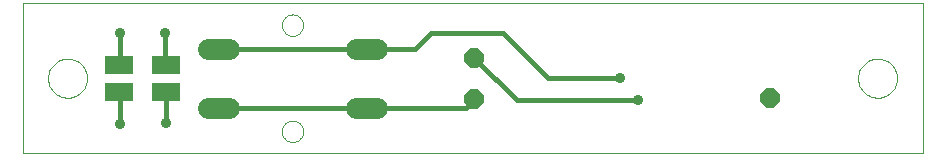
<source format=gtl>
G75*
G70*
%OFA0B0*%
%FSLAX24Y24*%
%IPPOS*%
%LPD*%
%AMOC8*
5,1,8,0,0,1.08239X$1,22.5*
%
%ADD10C,0.0000*%
%ADD11OC8,0.0650*%
%ADD12C,0.0705*%
%ADD13R,0.0945X0.0630*%
%ADD14C,0.0357*%
%ADD15C,0.0160*%
%ADD16C,0.0359*%
D10*
X000101Y000181D02*
X000101Y005177D01*
X030121Y005177D01*
X030121Y000181D01*
X000101Y000181D01*
X008746Y000911D02*
X008748Y000948D01*
X008754Y000985D01*
X008763Y001021D01*
X008777Y001055D01*
X008794Y001088D01*
X008814Y001120D01*
X008837Y001149D01*
X008863Y001175D01*
X008892Y001198D01*
X008923Y001218D01*
X008957Y001235D01*
X008991Y001249D01*
X009027Y001258D01*
X009064Y001264D01*
X009101Y001266D01*
X009138Y001264D01*
X009175Y001258D01*
X009211Y001249D01*
X009245Y001235D01*
X009278Y001218D01*
X009310Y001198D01*
X009339Y001175D01*
X009365Y001149D01*
X009388Y001120D01*
X009408Y001089D01*
X009425Y001055D01*
X009439Y001021D01*
X009448Y000985D01*
X009454Y000948D01*
X009456Y000911D01*
X009454Y000874D01*
X009448Y000837D01*
X009439Y000801D01*
X009425Y000767D01*
X009408Y000734D01*
X009388Y000702D01*
X009365Y000673D01*
X009339Y000647D01*
X009310Y000624D01*
X009279Y000604D01*
X009245Y000587D01*
X009211Y000573D01*
X009175Y000564D01*
X009138Y000558D01*
X009101Y000556D01*
X009064Y000558D01*
X009027Y000564D01*
X008991Y000573D01*
X008957Y000587D01*
X008924Y000604D01*
X008892Y000624D01*
X008863Y000647D01*
X008837Y000673D01*
X008814Y000702D01*
X008794Y000733D01*
X008777Y000767D01*
X008763Y000801D01*
X008754Y000837D01*
X008748Y000874D01*
X008746Y000911D01*
X000951Y002681D02*
X000953Y002731D01*
X000959Y002781D01*
X000969Y002831D01*
X000982Y002879D01*
X000999Y002927D01*
X001020Y002973D01*
X001044Y003017D01*
X001072Y003059D01*
X001103Y003099D01*
X001137Y003136D01*
X001174Y003171D01*
X001213Y003202D01*
X001254Y003231D01*
X001298Y003256D01*
X001344Y003278D01*
X001391Y003296D01*
X001439Y003310D01*
X001488Y003321D01*
X001538Y003328D01*
X001588Y003331D01*
X001639Y003330D01*
X001689Y003325D01*
X001739Y003316D01*
X001787Y003304D01*
X001835Y003287D01*
X001881Y003267D01*
X001926Y003244D01*
X001969Y003217D01*
X002009Y003187D01*
X002047Y003154D01*
X002082Y003118D01*
X002115Y003079D01*
X002144Y003038D01*
X002170Y002995D01*
X002193Y002950D01*
X002212Y002903D01*
X002227Y002855D01*
X002239Y002806D01*
X002247Y002756D01*
X002251Y002706D01*
X002251Y002656D01*
X002247Y002606D01*
X002239Y002556D01*
X002227Y002507D01*
X002212Y002459D01*
X002193Y002412D01*
X002170Y002367D01*
X002144Y002324D01*
X002115Y002283D01*
X002082Y002244D01*
X002047Y002208D01*
X002009Y002175D01*
X001969Y002145D01*
X001926Y002118D01*
X001881Y002095D01*
X001835Y002075D01*
X001787Y002058D01*
X001739Y002046D01*
X001689Y002037D01*
X001639Y002032D01*
X001588Y002031D01*
X001538Y002034D01*
X001488Y002041D01*
X001439Y002052D01*
X001391Y002066D01*
X001344Y002084D01*
X001298Y002106D01*
X001254Y002131D01*
X001213Y002160D01*
X001174Y002191D01*
X001137Y002226D01*
X001103Y002263D01*
X001072Y002303D01*
X001044Y002345D01*
X001020Y002389D01*
X000999Y002435D01*
X000982Y002483D01*
X000969Y002531D01*
X000959Y002581D01*
X000953Y002631D01*
X000951Y002681D01*
X008746Y004451D02*
X008748Y004488D01*
X008754Y004525D01*
X008763Y004561D01*
X008777Y004595D01*
X008794Y004628D01*
X008814Y004660D01*
X008837Y004689D01*
X008863Y004715D01*
X008892Y004738D01*
X008923Y004758D01*
X008957Y004775D01*
X008991Y004789D01*
X009027Y004798D01*
X009064Y004804D01*
X009101Y004806D01*
X009138Y004804D01*
X009175Y004798D01*
X009211Y004789D01*
X009245Y004775D01*
X009278Y004758D01*
X009310Y004738D01*
X009339Y004715D01*
X009365Y004689D01*
X009388Y004660D01*
X009408Y004629D01*
X009425Y004595D01*
X009439Y004561D01*
X009448Y004525D01*
X009454Y004488D01*
X009456Y004451D01*
X009454Y004414D01*
X009448Y004377D01*
X009439Y004341D01*
X009425Y004307D01*
X009408Y004274D01*
X009388Y004242D01*
X009365Y004213D01*
X009339Y004187D01*
X009310Y004164D01*
X009279Y004144D01*
X009245Y004127D01*
X009211Y004113D01*
X009175Y004104D01*
X009138Y004098D01*
X009101Y004096D01*
X009064Y004098D01*
X009027Y004104D01*
X008991Y004113D01*
X008957Y004127D01*
X008924Y004144D01*
X008892Y004164D01*
X008863Y004187D01*
X008837Y004213D01*
X008814Y004242D01*
X008794Y004273D01*
X008777Y004307D01*
X008763Y004341D01*
X008754Y004377D01*
X008748Y004414D01*
X008746Y004451D01*
X027951Y002681D02*
X027953Y002731D01*
X027959Y002781D01*
X027969Y002831D01*
X027982Y002879D01*
X027999Y002927D01*
X028020Y002973D01*
X028044Y003017D01*
X028072Y003059D01*
X028103Y003099D01*
X028137Y003136D01*
X028174Y003171D01*
X028213Y003202D01*
X028254Y003231D01*
X028298Y003256D01*
X028344Y003278D01*
X028391Y003296D01*
X028439Y003310D01*
X028488Y003321D01*
X028538Y003328D01*
X028588Y003331D01*
X028639Y003330D01*
X028689Y003325D01*
X028739Y003316D01*
X028787Y003304D01*
X028835Y003287D01*
X028881Y003267D01*
X028926Y003244D01*
X028969Y003217D01*
X029009Y003187D01*
X029047Y003154D01*
X029082Y003118D01*
X029115Y003079D01*
X029144Y003038D01*
X029170Y002995D01*
X029193Y002950D01*
X029212Y002903D01*
X029227Y002855D01*
X029239Y002806D01*
X029247Y002756D01*
X029251Y002706D01*
X029251Y002656D01*
X029247Y002606D01*
X029239Y002556D01*
X029227Y002507D01*
X029212Y002459D01*
X029193Y002412D01*
X029170Y002367D01*
X029144Y002324D01*
X029115Y002283D01*
X029082Y002244D01*
X029047Y002208D01*
X029009Y002175D01*
X028969Y002145D01*
X028926Y002118D01*
X028881Y002095D01*
X028835Y002075D01*
X028787Y002058D01*
X028739Y002046D01*
X028689Y002037D01*
X028639Y002032D01*
X028588Y002031D01*
X028538Y002034D01*
X028488Y002041D01*
X028439Y002052D01*
X028391Y002066D01*
X028344Y002084D01*
X028298Y002106D01*
X028254Y002131D01*
X028213Y002160D01*
X028174Y002191D01*
X028137Y002226D01*
X028103Y002263D01*
X028072Y002303D01*
X028044Y002345D01*
X028020Y002389D01*
X027999Y002435D01*
X027982Y002483D01*
X027969Y002531D01*
X027959Y002581D01*
X027953Y002631D01*
X027951Y002681D01*
D11*
X025022Y002012D03*
X015160Y001992D03*
X015160Y003370D03*
D12*
X011913Y003661D02*
X011208Y003661D01*
X006993Y003661D02*
X006288Y003661D01*
X006288Y001701D02*
X006993Y001701D01*
X011208Y001701D02*
X011913Y001701D01*
D13*
X004869Y002229D03*
X003333Y002229D03*
X003333Y003134D03*
X004869Y003134D03*
D14*
X004865Y004181D03*
X003335Y004195D03*
X003335Y001158D03*
X004867Y001176D03*
X020603Y001953D03*
D15*
X016577Y001953D01*
X015160Y003370D01*
X013707Y004181D02*
X013185Y003660D01*
X011562Y003660D01*
X011561Y003661D01*
X006641Y003661D01*
X004865Y004181D02*
X004865Y003138D01*
X004869Y003134D01*
X003335Y003136D02*
X003333Y003134D01*
X003335Y003136D02*
X003335Y004195D01*
X003333Y002229D02*
X003335Y002227D01*
X003335Y001158D01*
X004867Y001176D02*
X004867Y002227D01*
X004869Y002229D01*
X006641Y001701D02*
X011561Y001701D01*
X014869Y001701D01*
X015160Y001992D01*
X016101Y004181D02*
X017609Y002674D01*
X020028Y002674D01*
X016101Y004181D02*
X013707Y004181D01*
D16*
X020028Y002674D03*
M02*

</source>
